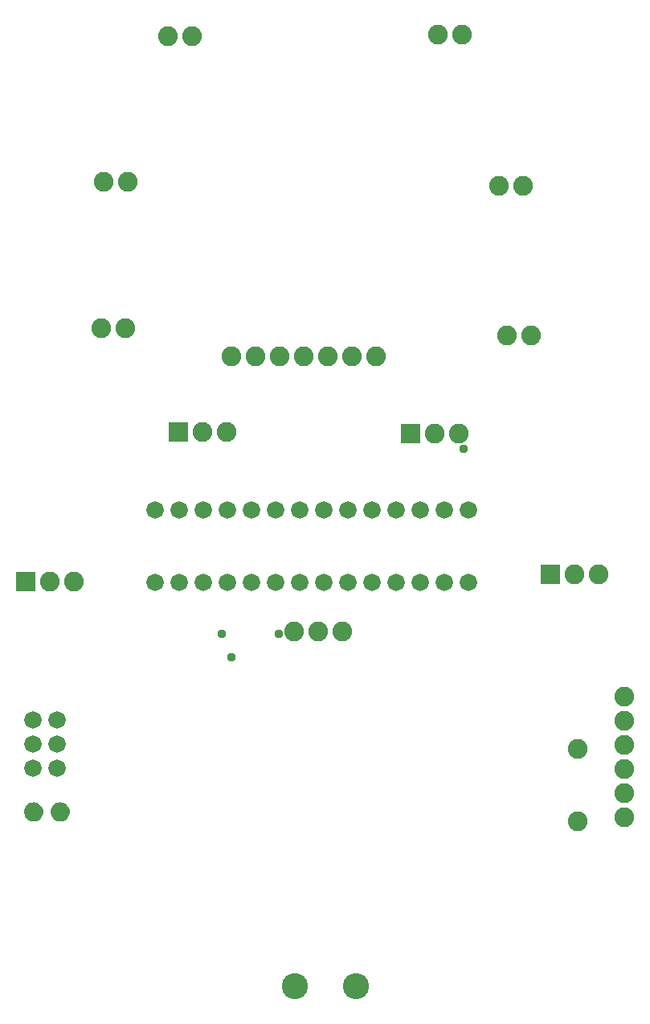
<source format=gbr>
G04 EAGLE Gerber X2 export*
G75*
%MOMM*%
%FSLAX34Y34*%
%LPD*%
%AMOC8*
5,1,8,0,0,1.08239X$1,22.5*%
G01*
%ADD10C,2.082800*%
%ADD11C,1.828800*%
%ADD12C,2.743200*%
%ADD13R,2.082800X2.082800*%
%ADD14C,0.959600*%

G36*
X88690Y267359D02*
X88690Y267359D01*
X88733Y267371D01*
X88799Y267380D01*
X90416Y267834D01*
X90457Y267853D01*
X90485Y267862D01*
X90495Y267864D01*
X90499Y267866D01*
X90520Y267873D01*
X92034Y268601D01*
X92070Y268627D01*
X92129Y268657D01*
X93494Y269638D01*
X93525Y269670D01*
X93578Y269710D01*
X94752Y270912D01*
X94777Y270949D01*
X94822Y270997D01*
X95769Y272385D01*
X95787Y272426D01*
X95823Y272482D01*
X96515Y274013D01*
X96526Y274056D01*
X96552Y274117D01*
X96967Y275746D01*
X96970Y275790D01*
X96985Y275855D01*
X97111Y277530D01*
X97107Y277577D01*
X97109Y277649D01*
X96904Y279485D01*
X96890Y279531D01*
X96878Y279606D01*
X96318Y281367D01*
X96295Y281409D01*
X96269Y281481D01*
X95376Y283098D01*
X95346Y283136D01*
X95306Y283201D01*
X94115Y284613D01*
X94078Y284644D01*
X94026Y284700D01*
X92582Y285853D01*
X92540Y285876D01*
X92478Y285920D01*
X90837Y286769D01*
X90791Y286784D01*
X90722Y286815D01*
X88947Y287328D01*
X88899Y287333D01*
X88824Y287351D01*
X86984Y287507D01*
X86940Y287503D01*
X86875Y287507D01*
X85044Y287347D01*
X84998Y287334D01*
X84922Y287324D01*
X83158Y286810D01*
X83114Y286789D01*
X83042Y286764D01*
X81412Y285915D01*
X81374Y285886D01*
X81308Y285847D01*
X79875Y284697D01*
X79843Y284661D01*
X79786Y284610D01*
X78605Y283202D01*
X78581Y283161D01*
X78535Y283100D01*
X78325Y282718D01*
X77651Y281488D01*
X77636Y281443D01*
X77602Y281374D01*
X77050Y279621D01*
X77044Y279574D01*
X77024Y279500D01*
X76825Y277673D01*
X76828Y277627D01*
X76822Y277558D01*
X76945Y275882D01*
X76956Y275839D01*
X76962Y275773D01*
X77374Y274143D01*
X77392Y274103D01*
X77410Y274039D01*
X78098Y272506D01*
X78123Y272469D01*
X78152Y272409D01*
X79096Y271019D01*
X79127Y270987D01*
X79165Y270933D01*
X80336Y269727D01*
X80373Y269701D01*
X80420Y269655D01*
X81782Y268671D01*
X81823Y268652D01*
X81877Y268615D01*
X83390Y267882D01*
X83433Y267870D01*
X83444Y267865D01*
X83471Y267852D01*
X83476Y267851D01*
X83493Y267843D01*
X85110Y267385D01*
X85155Y267380D01*
X85219Y267364D01*
X86891Y267193D01*
X86939Y267197D01*
X87018Y267193D01*
X88690Y267359D01*
G37*
G36*
X116681Y267359D02*
X116681Y267359D01*
X116724Y267371D01*
X116790Y267380D01*
X118407Y267834D01*
X118448Y267853D01*
X118476Y267862D01*
X118486Y267864D01*
X118490Y267866D01*
X118511Y267873D01*
X120025Y268601D01*
X120061Y268627D01*
X120120Y268657D01*
X121485Y269638D01*
X121516Y269670D01*
X121569Y269710D01*
X122743Y270912D01*
X122768Y270949D01*
X122813Y270997D01*
X123760Y272385D01*
X123778Y272426D01*
X123814Y272482D01*
X124506Y274013D01*
X124517Y274056D01*
X124543Y274117D01*
X124958Y275746D01*
X124961Y275790D01*
X124976Y275855D01*
X125102Y277530D01*
X125098Y277577D01*
X125100Y277649D01*
X124895Y279485D01*
X124881Y279531D01*
X124869Y279606D01*
X124309Y281367D01*
X124286Y281409D01*
X124260Y281481D01*
X123367Y283098D01*
X123337Y283136D01*
X123297Y283201D01*
X122106Y284613D01*
X122069Y284644D01*
X122017Y284700D01*
X120573Y285853D01*
X120531Y285876D01*
X120469Y285920D01*
X118828Y286769D01*
X118782Y286784D01*
X118713Y286815D01*
X116938Y287328D01*
X116890Y287333D01*
X116815Y287351D01*
X114975Y287507D01*
X114931Y287503D01*
X114866Y287507D01*
X113035Y287347D01*
X112989Y287334D01*
X112913Y287324D01*
X111149Y286810D01*
X111105Y286789D01*
X111033Y286764D01*
X109403Y285915D01*
X109365Y285886D01*
X109299Y285847D01*
X107866Y284697D01*
X107834Y284661D01*
X107777Y284610D01*
X106596Y283202D01*
X106572Y283161D01*
X106526Y283100D01*
X106316Y282718D01*
X105642Y281488D01*
X105627Y281443D01*
X105593Y281374D01*
X105041Y279621D01*
X105035Y279574D01*
X105015Y279500D01*
X104816Y277673D01*
X104819Y277627D01*
X104813Y277558D01*
X104936Y275882D01*
X104947Y275839D01*
X104953Y275773D01*
X105365Y274143D01*
X105383Y274103D01*
X105401Y274039D01*
X106089Y272506D01*
X106114Y272469D01*
X106143Y272409D01*
X107087Y271019D01*
X107118Y270987D01*
X107156Y270933D01*
X108327Y269727D01*
X108364Y269701D01*
X108411Y269655D01*
X109773Y268671D01*
X109814Y268652D01*
X109868Y268615D01*
X111381Y267882D01*
X111424Y267870D01*
X111435Y267865D01*
X111462Y267852D01*
X111467Y267851D01*
X111484Y267843D01*
X113101Y267385D01*
X113146Y267380D01*
X113210Y267364D01*
X114882Y267193D01*
X114930Y267197D01*
X115009Y267193D01*
X116681Y267359D01*
G37*
D10*
X387200Y467600D03*
X361800Y467600D03*
X412600Y467600D03*
X157950Y786450D03*
X183350Y786450D03*
X160950Y940450D03*
X186350Y940450D03*
X228200Y1094100D03*
X253600Y1094100D03*
X512950Y1095850D03*
X538350Y1095850D03*
X577200Y936600D03*
X602600Y936600D03*
X585450Y779100D03*
X610850Y779100D03*
D11*
X86450Y348950D03*
X111850Y348950D03*
X111850Y374350D03*
X86450Y374350D03*
X86450Y323550D03*
X111850Y323550D03*
D10*
X709700Y271500D03*
X709700Y296900D03*
X709700Y322300D03*
X709700Y347700D03*
X709700Y373100D03*
X709700Y398500D03*
X660600Y343450D03*
X660600Y267250D03*
X448050Y757300D03*
X422650Y757300D03*
X397250Y757300D03*
X371850Y757300D03*
X346450Y757300D03*
X321050Y757300D03*
X295650Y757300D03*
D12*
X426950Y93600D03*
X361950Y93600D03*
D11*
X215200Y519450D03*
X240600Y519450D03*
X266000Y519450D03*
X291400Y519450D03*
X316800Y519450D03*
X342200Y519450D03*
X367600Y519450D03*
X393000Y519450D03*
X418400Y519450D03*
X443800Y519450D03*
X469200Y519450D03*
X494600Y519450D03*
X520000Y519450D03*
X545400Y519450D03*
X545400Y595650D03*
X520000Y595650D03*
X494600Y595650D03*
X469200Y595650D03*
X443800Y595650D03*
X418400Y595650D03*
X393000Y595650D03*
X367600Y595650D03*
X342200Y595650D03*
X316800Y595650D03*
X291400Y595650D03*
X266000Y595650D03*
X240600Y595650D03*
X215200Y595650D03*
D13*
X631550Y527100D03*
D10*
X656950Y527100D03*
X682350Y527100D03*
D13*
X484450Y675850D03*
D10*
X509850Y675850D03*
X535250Y675850D03*
D13*
X239350Y677600D03*
D10*
X264750Y677600D03*
X290150Y677600D03*
D13*
X78250Y520100D03*
D10*
X103650Y520100D03*
X129050Y520100D03*
D14*
X345000Y465000D03*
X285000Y465000D03*
X540000Y660000D03*
X295000Y440000D03*
M02*

</source>
